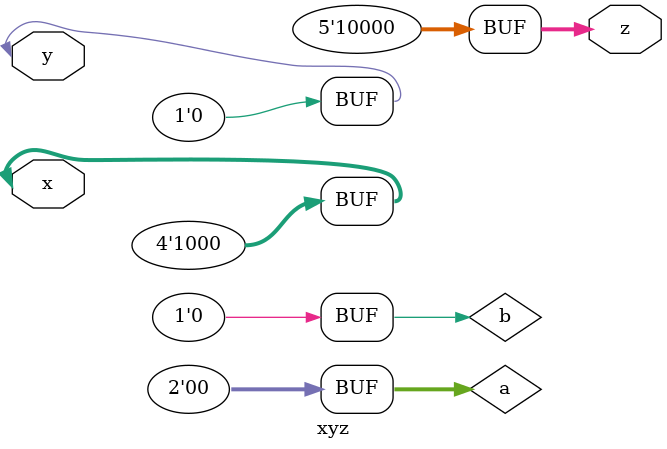
<source format=v>

module xyz (x,		// x is a 4-bit vector net
						y, 		// y is a scalar net (1-bit)
						z ); 	// z is a 5-bit vector net

   input [3:0]            x;
   input                  y;
   output [4:0]           z;

wire [1:0] 	a;
wire 				b;

// Assume one of the following assignments are chosen in real design
// If x='hC and y='h1 let us see the value of z

// Case #1: 4-bits of x and 1 bit of y is concatenated to get a 5-bit net
// and is assigned to the 5-bit nets of z. So value of z='b11001 or z='h19
assign z = {x, y};

// Case #2: 4-bits of x and 1 bit of y is concatenated to get a 5-bit net
// and is assigned to selected 3-bits of net z. Remaining 2 bits of z remains
// undriven and will be high-imp. So value of z='bZ001Z
assign z[3:1] = {x, y};

// Case #3: The same statement is used but now bit4 of z is driven with a constant
// value of 1. Now z = 'b1001Z because only bit0 remains undriven
assign z[3:1] = {x, y};
// assign z[4] = 1;    // TODO: decimal literal unsupported yet.
   assign z[4] = 1'b1;

// Case #4: Assume bit3 is driven instead, but now there are two drivers for bit3,
// and both are driving the same value of 0. So there should be no contention and
// value of z = 'bZ001Z
assign z[3:1] = {x, y};
// assign z[3] = 0;   // TODO: decimal literal unsupported yet.

// Case #5: Assume bit3 is instead driven with value 1, so now there are two drivers
// with different values, where the first line is driven with the value of X which
// at the time is 0 and the second assignment where it is driven with value 1, so
// now it becomes unknown which will win. So z='bZX01Z
assign z[3:1] = {x, y};
// assign z[3] = 1;   // TODO: decimal literal unsupported yet.

// Case #6: Partial selection of operands on RHS is also possible and say only 2-bits
// are chosen from x, then z = 'b00001 because z[4:3] will be driven with 0
assign z = {x[1:0], y};

// Case #7: Say we explicitly assign only 3-bits of z and leave remaining unconnected
// then z = 'bZZ001
assign z[2:0] = {x[1:0], y};

// Case #8: Same variable can be used multiple times as well and z = 'b00111
// 3{y} is the same as {y, y, y}
/// assign z = {3{y}};    /// TODO: replication not supported yet.

// Case #9: LHS can also be concatenated: a is 2-bit vector and b is scalar
// RHS is evaluated to 11001 and LHS is 3-bit wide so first 3 bits from LSB of RHS
// will be assigned to LHS. So a = 'b00 and b ='b1
assign {a, b} = {x, y};

// Case #10: If we reverse order on LHS keeping RHS same, we get a = 'b01 and b='b0
assign {a, b} = {x, y};

endmodule

</source>
